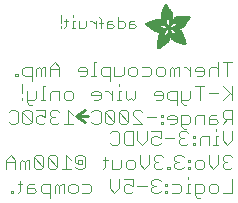
<source format=gbr>
G04 EAGLE Gerber RS-274X export*
G75*
%MOMM*%
%FSLAX34Y34*%
%LPD*%
%INSilkscreen Bottom*%
%IPPOS*%
%AMOC8*
5,1,8,0,0,1.08239X$1,22.5*%
G01*
%ADD10C,0.254000*%
%ADD11C,0.076200*%
%ADD12C,0.101600*%
%ADD13R,0.050800X0.006300*%
%ADD14R,0.082600X0.006400*%
%ADD15R,0.120600X0.006300*%
%ADD16R,0.139700X0.006400*%
%ADD17R,0.158800X0.006300*%
%ADD18R,0.177800X0.006400*%
%ADD19R,0.196800X0.006300*%
%ADD20R,0.215900X0.006400*%
%ADD21R,0.228600X0.006300*%
%ADD22R,0.241300X0.006400*%
%ADD23R,0.254000X0.006300*%
%ADD24R,0.266700X0.006400*%
%ADD25R,0.279400X0.006300*%
%ADD26R,0.285700X0.006400*%
%ADD27R,0.298400X0.006300*%
%ADD28R,0.311200X0.006400*%
%ADD29R,0.317500X0.006300*%
%ADD30R,0.330200X0.006400*%
%ADD31R,0.336600X0.006300*%
%ADD32R,0.349200X0.006400*%
%ADD33R,0.361900X0.006300*%
%ADD34R,0.368300X0.006400*%
%ADD35R,0.381000X0.006300*%
%ADD36R,0.387300X0.006400*%
%ADD37R,0.393700X0.006300*%
%ADD38R,0.406400X0.006400*%
%ADD39R,0.412700X0.006300*%
%ADD40R,0.419100X0.006400*%
%ADD41R,0.431800X0.006300*%
%ADD42R,0.438100X0.006400*%
%ADD43R,0.450800X0.006300*%
%ADD44R,0.457200X0.006400*%
%ADD45R,0.463500X0.006300*%
%ADD46R,0.476200X0.006400*%
%ADD47R,0.482600X0.006300*%
%ADD48R,0.488900X0.006400*%
%ADD49R,0.501600X0.006300*%
%ADD50R,0.508000X0.006400*%
%ADD51R,0.514300X0.006300*%
%ADD52R,0.527000X0.006400*%
%ADD53R,0.533400X0.006300*%
%ADD54R,0.546100X0.006400*%
%ADD55R,0.552400X0.006300*%
%ADD56R,0.558800X0.006400*%
%ADD57R,0.571500X0.006300*%
%ADD58R,0.577800X0.006400*%
%ADD59R,0.584200X0.006300*%
%ADD60R,0.596900X0.006400*%
%ADD61R,0.603200X0.006300*%
%ADD62R,0.609600X0.006400*%
%ADD63R,0.622300X0.006300*%
%ADD64R,0.628600X0.006400*%
%ADD65R,0.641300X0.006300*%
%ADD66R,0.647700X0.006400*%
%ADD67R,0.063500X0.006300*%
%ADD68R,0.654000X0.006300*%
%ADD69R,0.101600X0.006400*%
%ADD70R,0.666700X0.006400*%
%ADD71R,0.139700X0.006300*%
%ADD72R,0.673100X0.006300*%
%ADD73R,0.165100X0.006400*%
%ADD74R,0.679400X0.006400*%
%ADD75R,0.196900X0.006300*%
%ADD76R,0.692100X0.006300*%
%ADD77R,0.222200X0.006400*%
%ADD78R,0.698500X0.006400*%
%ADD79R,0.247700X0.006300*%
%ADD80R,0.704800X0.006300*%
%ADD81R,0.279400X0.006400*%
%ADD82R,0.717500X0.006400*%
%ADD83R,0.298500X0.006300*%
%ADD84R,0.723900X0.006300*%
%ADD85R,0.736600X0.006400*%
%ADD86R,0.342900X0.006300*%
%ADD87R,0.742900X0.006300*%
%ADD88R,0.374700X0.006400*%
%ADD89R,0.749300X0.006400*%
%ADD90R,0.762000X0.006300*%
%ADD91R,0.412700X0.006400*%
%ADD92R,0.768300X0.006400*%
%ADD93R,0.438100X0.006300*%
%ADD94R,0.774700X0.006300*%
%ADD95R,0.463600X0.006400*%
%ADD96R,0.787400X0.006400*%
%ADD97R,0.793700X0.006300*%
%ADD98R,0.495300X0.006400*%
%ADD99R,0.800100X0.006400*%
%ADD100R,0.520700X0.006300*%
%ADD101R,0.812800X0.006300*%
%ADD102R,0.533400X0.006400*%
%ADD103R,0.819100X0.006400*%
%ADD104R,0.558800X0.006300*%
%ADD105R,0.825500X0.006300*%
%ADD106R,0.577900X0.006400*%
%ADD107R,0.831800X0.006400*%
%ADD108R,0.596900X0.006300*%
%ADD109R,0.844500X0.006300*%
%ADD110R,0.616000X0.006400*%
%ADD111R,0.850900X0.006400*%
%ADD112R,0.635000X0.006300*%
%ADD113R,0.857200X0.006300*%
%ADD114R,0.654100X0.006400*%
%ADD115R,0.863600X0.006400*%
%ADD116R,0.666700X0.006300*%
%ADD117R,0.869900X0.006300*%
%ADD118R,0.685800X0.006400*%
%ADD119R,0.876300X0.006400*%
%ADD120R,0.882600X0.006300*%
%ADD121R,0.723900X0.006400*%
%ADD122R,0.889000X0.006400*%
%ADD123R,0.895300X0.006300*%
%ADD124R,0.755700X0.006400*%
%ADD125R,0.901700X0.006400*%
%ADD126R,0.908000X0.006300*%
%ADD127R,0.793800X0.006400*%
%ADD128R,0.914400X0.006400*%
%ADD129R,0.806400X0.006300*%
%ADD130R,0.920700X0.006300*%
%ADD131R,0.825500X0.006400*%
%ADD132R,0.927100X0.006400*%
%ADD133R,0.933400X0.006300*%
%ADD134R,0.857300X0.006400*%
%ADD135R,0.939800X0.006400*%
%ADD136R,0.870000X0.006300*%
%ADD137R,0.939800X0.006300*%
%ADD138R,0.946100X0.006400*%
%ADD139R,0.952500X0.006300*%
%ADD140R,0.908000X0.006400*%
%ADD141R,0.958800X0.006400*%
%ADD142R,0.965200X0.006300*%
%ADD143R,0.965200X0.006400*%
%ADD144R,0.971500X0.006300*%
%ADD145R,0.952500X0.006400*%
%ADD146R,0.977900X0.006400*%
%ADD147R,0.958800X0.006300*%
%ADD148R,0.984200X0.006300*%
%ADD149R,0.971500X0.006400*%
%ADD150R,0.984200X0.006400*%
%ADD151R,0.990600X0.006300*%
%ADD152R,0.984300X0.006400*%
%ADD153R,0.996900X0.006400*%
%ADD154R,0.997000X0.006300*%
%ADD155R,0.996900X0.006300*%
%ADD156R,1.003300X0.006400*%
%ADD157R,1.016000X0.006300*%
%ADD158R,1.009600X0.006300*%
%ADD159R,1.016000X0.006400*%
%ADD160R,1.009600X0.006400*%
%ADD161R,1.022300X0.006300*%
%ADD162R,1.028700X0.006400*%
%ADD163R,1.035100X0.006300*%
%ADD164R,1.047800X0.006400*%
%ADD165R,1.054100X0.006300*%
%ADD166R,1.028700X0.006300*%
%ADD167R,1.054100X0.006400*%
%ADD168R,1.035000X0.006400*%
%ADD169R,1.060400X0.006300*%
%ADD170R,1.035000X0.006300*%
%ADD171R,1.060500X0.006400*%
%ADD172R,1.041400X0.006400*%
%ADD173R,1.066800X0.006300*%
%ADD174R,1.041400X0.006300*%
%ADD175R,1.079500X0.006400*%
%ADD176R,1.047700X0.006400*%
%ADD177R,1.085900X0.006300*%
%ADD178R,1.047700X0.006300*%
%ADD179R,1.085800X0.006400*%
%ADD180R,1.092200X0.006300*%
%ADD181R,1.085900X0.006400*%
%ADD182R,1.098600X0.006300*%
%ADD183R,1.098600X0.006400*%
%ADD184R,1.060400X0.006400*%
%ADD185R,1.104900X0.006300*%
%ADD186R,1.104900X0.006400*%
%ADD187R,1.066800X0.006400*%
%ADD188R,1.111200X0.006300*%
%ADD189R,1.117600X0.006400*%
%ADD190R,1.117600X0.006300*%
%ADD191R,1.073100X0.006300*%
%ADD192R,1.073100X0.006400*%
%ADD193R,1.124000X0.006300*%
%ADD194R,1.079500X0.006300*%
%ADD195R,1.123900X0.006400*%
%ADD196R,1.130300X0.006300*%
%ADD197R,1.130300X0.006400*%
%ADD198R,1.136700X0.006400*%
%ADD199R,1.136700X0.006300*%
%ADD200R,1.085800X0.006300*%
%ADD201R,1.136600X0.006400*%
%ADD202R,1.136600X0.006300*%
%ADD203R,1.143000X0.006400*%
%ADD204R,1.143000X0.006300*%
%ADD205R,1.149400X0.006300*%
%ADD206R,1.149300X0.006300*%
%ADD207R,1.149300X0.006400*%
%ADD208R,1.149400X0.006400*%
%ADD209R,1.155700X0.006400*%
%ADD210R,1.155700X0.006300*%
%ADD211R,1.060500X0.006300*%
%ADD212R,2.197100X0.006400*%
%ADD213R,2.197100X0.006300*%
%ADD214R,2.184400X0.006300*%
%ADD215R,2.184400X0.006400*%
%ADD216R,2.171700X0.006400*%
%ADD217R,2.171700X0.006300*%
%ADD218R,1.530300X0.006400*%
%ADD219R,1.505000X0.006300*%
%ADD220R,1.492300X0.006400*%
%ADD221R,1.485900X0.006300*%
%ADD222R,0.565200X0.006300*%
%ADD223R,1.473200X0.006400*%
%ADD224R,0.565200X0.006400*%
%ADD225R,1.460500X0.006300*%
%ADD226R,1.454100X0.006400*%
%ADD227R,0.552400X0.006400*%
%ADD228R,1.441500X0.006300*%
%ADD229R,0.546100X0.006300*%
%ADD230R,1.435100X0.006400*%
%ADD231R,0.539800X0.006400*%
%ADD232R,1.428800X0.006300*%
%ADD233R,1.422400X0.006400*%
%ADD234R,1.409700X0.006300*%
%ADD235R,0.527100X0.006300*%
%ADD236R,1.403300X0.006400*%
%ADD237R,0.527100X0.006400*%
%ADD238R,1.390700X0.006300*%
%ADD239R,1.384300X0.006400*%
%ADD240R,0.520700X0.006400*%
%ADD241R,1.384300X0.006300*%
%ADD242R,0.514400X0.006300*%
%ADD243R,1.371600X0.006400*%
%ADD244R,1.365200X0.006300*%
%ADD245R,0.508000X0.006300*%
%ADD246R,1.352600X0.006400*%
%ADD247R,0.501700X0.006400*%
%ADD248R,0.711200X0.006300*%
%ADD249R,0.603300X0.006300*%
%ADD250R,0.501700X0.006300*%
%ADD251R,0.692100X0.006400*%
%ADD252R,0.571500X0.006400*%
%ADD253R,0.679400X0.006300*%
%ADD254R,0.495300X0.006300*%
%ADD255R,0.673100X0.006400*%
%ADD256R,0.666800X0.006300*%
%ADD257R,0.488900X0.006300*%
%ADD258R,0.660400X0.006400*%
%ADD259R,0.482600X0.006400*%
%ADD260R,0.476200X0.006300*%
%ADD261R,0.654000X0.006400*%
%ADD262R,0.469900X0.006400*%
%ADD263R,0.476300X0.006400*%
%ADD264R,0.647700X0.006300*%
%ADD265R,0.457200X0.006300*%
%ADD266R,0.469900X0.006300*%
%ADD267R,0.641300X0.006400*%
%ADD268R,0.444500X0.006400*%
%ADD269R,0.463600X0.006300*%
%ADD270R,0.635000X0.006400*%
%ADD271R,0.463500X0.006400*%
%ADD272R,0.393700X0.006400*%
%ADD273R,0.450800X0.006400*%
%ADD274R,0.628600X0.006300*%
%ADD275R,0.387400X0.006300*%
%ADD276R,0.450900X0.006300*%
%ADD277R,0.628700X0.006400*%
%ADD278R,0.374600X0.006400*%
%ADD279R,0.368300X0.006300*%
%ADD280R,0.438200X0.006300*%
%ADD281R,0.622300X0.006400*%
%ADD282R,0.355600X0.006400*%
%ADD283R,0.431800X0.006400*%
%ADD284R,0.349300X0.006300*%
%ADD285R,0.425400X0.006300*%
%ADD286R,0.615900X0.006300*%
%ADD287R,0.330200X0.006300*%
%ADD288R,0.419100X0.006300*%
%ADD289R,0.616000X0.006300*%
%ADD290R,0.311200X0.006300*%
%ADD291R,0.406400X0.006300*%
%ADD292R,0.615900X0.006400*%
%ADD293R,0.304800X0.006400*%
%ADD294R,0.158800X0.006400*%
%ADD295R,0.609600X0.006300*%
%ADD296R,0.292100X0.006300*%
%ADD297R,0.235000X0.006300*%
%ADD298R,0.387400X0.006400*%
%ADD299R,0.292100X0.006400*%
%ADD300R,0.336500X0.006300*%
%ADD301R,0.260400X0.006300*%
%ADD302R,0.603300X0.006400*%
%ADD303R,0.260400X0.006400*%
%ADD304R,0.362000X0.006400*%
%ADD305R,0.450900X0.006400*%
%ADD306R,0.355600X0.006300*%
%ADD307R,0.342900X0.006400*%
%ADD308R,0.514300X0.006400*%
%ADD309R,0.234900X0.006300*%
%ADD310R,0.539700X0.006300*%
%ADD311R,0.603200X0.006400*%
%ADD312R,0.234900X0.006400*%
%ADD313R,0.920700X0.006400*%
%ADD314R,0.958900X0.006400*%
%ADD315R,0.215900X0.006300*%
%ADD316R,0.209600X0.006400*%
%ADD317R,0.203200X0.006300*%
%ADD318R,1.003300X0.006300*%
%ADD319R,0.203200X0.006400*%
%ADD320R,0.196900X0.006400*%
%ADD321R,0.190500X0.006300*%
%ADD322R,0.190500X0.006400*%
%ADD323R,0.184200X0.006300*%
%ADD324R,0.590500X0.006400*%
%ADD325R,0.184200X0.006400*%
%ADD326R,0.590500X0.006300*%
%ADD327R,0.177800X0.006300*%
%ADD328R,0.584200X0.006400*%
%ADD329R,1.168400X0.006400*%
%ADD330R,0.171500X0.006300*%
%ADD331R,1.187500X0.006300*%
%ADD332R,1.200100X0.006400*%
%ADD333R,0.577800X0.006300*%
%ADD334R,1.212900X0.006300*%
%ADD335R,1.231900X0.006400*%
%ADD336R,1.250900X0.006300*%
%ADD337R,0.565100X0.006400*%
%ADD338R,0.184100X0.006400*%
%ADD339R,1.263700X0.006400*%
%ADD340R,0.565100X0.006300*%
%ADD341R,1.289100X0.006300*%
%ADD342R,1.314400X0.006400*%
%ADD343R,0.552500X0.006300*%
%ADD344R,1.568500X0.006300*%
%ADD345R,0.552500X0.006400*%
%ADD346R,1.581200X0.006400*%
%ADD347R,1.593800X0.006300*%
%ADD348R,1.606500X0.006400*%
%ADD349R,1.619300X0.006300*%
%ADD350R,0.514400X0.006400*%
%ADD351R,1.638300X0.006400*%
%ADD352R,1.657300X0.006300*%
%ADD353R,2.209800X0.006400*%
%ADD354R,2.425700X0.006300*%
%ADD355R,2.470100X0.006400*%
%ADD356R,2.501900X0.006300*%
%ADD357R,2.533700X0.006400*%
%ADD358R,2.559000X0.006300*%
%ADD359R,2.584500X0.006400*%
%ADD360R,2.609900X0.006300*%
%ADD361R,2.628900X0.006400*%
%ADD362R,2.660600X0.006300*%
%ADD363R,2.673400X0.006400*%
%ADD364R,1.422400X0.006300*%
%ADD365R,1.200200X0.006300*%
%ADD366R,1.365300X0.006300*%
%ADD367R,1.365300X0.006400*%
%ADD368R,1.352500X0.006300*%
%ADD369R,1.098500X0.006300*%
%ADD370R,1.358900X0.006400*%
%ADD371R,1.352600X0.006300*%
%ADD372R,1.358900X0.006300*%
%ADD373R,1.371600X0.006300*%
%ADD374R,1.377900X0.006400*%
%ADD375R,1.397000X0.006400*%
%ADD376R,1.403300X0.006300*%
%ADD377R,0.914400X0.006300*%
%ADD378R,0.876300X0.006300*%
%ADD379R,0.374600X0.006300*%
%ADD380R,1.073200X0.006400*%
%ADD381R,0.374700X0.006300*%
%ADD382R,0.844600X0.006400*%
%ADD383R,0.844600X0.006300*%
%ADD384R,0.831900X0.006400*%
%ADD385R,1.092200X0.006400*%
%ADD386R,0.400000X0.006300*%
%ADD387R,0.819200X0.006400*%
%ADD388R,1.111300X0.006400*%
%ADD389R,0.812800X0.006400*%
%ADD390R,0.800100X0.006300*%
%ADD391R,0.476300X0.006300*%
%ADD392R,1.181100X0.006300*%
%ADD393R,0.501600X0.006400*%
%ADD394R,1.193800X0.006400*%
%ADD395R,0.781000X0.006400*%
%ADD396R,1.238200X0.006400*%
%ADD397R,0.781100X0.006300*%
%ADD398R,1.257300X0.006300*%
%ADD399R,1.295400X0.006400*%
%ADD400R,1.333500X0.006300*%
%ADD401R,0.774700X0.006400*%
%ADD402R,1.866900X0.006400*%
%ADD403R,0.209600X0.006300*%
%ADD404R,1.866900X0.006300*%
%ADD405R,0.768400X0.006400*%
%ADD406R,0.209500X0.006400*%
%ADD407R,1.860600X0.006400*%
%ADD408R,0.762000X0.006400*%
%ADD409R,0.768400X0.006300*%
%ADD410R,1.860600X0.006300*%
%ADD411R,1.860500X0.006400*%
%ADD412R,0.222300X0.006300*%
%ADD413R,1.854200X0.006300*%
%ADD414R,0.235000X0.006400*%
%ADD415R,1.854200X0.006400*%
%ADD416R,0.768300X0.006300*%
%ADD417R,0.260300X0.006400*%
%ADD418R,1.847800X0.006400*%
%ADD419R,0.266700X0.006300*%
%ADD420R,1.847800X0.006300*%
%ADD421R,0.273100X0.006400*%
%ADD422R,1.841500X0.006400*%
%ADD423R,0.285800X0.006300*%
%ADD424R,1.841500X0.006300*%
%ADD425R,0.298500X0.006400*%
%ADD426R,1.835100X0.006400*%
%ADD427R,0.781000X0.006300*%
%ADD428R,0.304800X0.006300*%
%ADD429R,1.835100X0.006300*%
%ADD430R,0.317500X0.006400*%
%ADD431R,1.828800X0.006400*%
%ADD432R,0.787400X0.006300*%
%ADD433R,0.323800X0.006300*%
%ADD434R,1.828800X0.006300*%
%ADD435R,0.793700X0.006400*%
%ADD436R,1.822400X0.006400*%
%ADD437R,0.806500X0.006300*%
%ADD438R,1.822400X0.006300*%
%ADD439R,1.816100X0.006400*%
%ADD440R,0.819100X0.006300*%
%ADD441R,0.387300X0.006300*%
%ADD442R,1.816100X0.006300*%
%ADD443R,1.809800X0.006400*%
%ADD444R,1.803400X0.006300*%
%ADD445R,1.797000X0.006400*%
%ADD446R,0.901700X0.006300*%
%ADD447R,1.797000X0.006300*%
%ADD448R,1.441400X0.006400*%
%ADD449R,1.790700X0.006400*%
%ADD450R,1.447800X0.006300*%
%ADD451R,1.784300X0.006300*%
%ADD452R,1.447800X0.006400*%
%ADD453R,1.784300X0.006400*%
%ADD454R,1.454100X0.006300*%
%ADD455R,1.771700X0.006300*%
%ADD456R,1.460500X0.006400*%
%ADD457R,1.759000X0.006400*%
%ADD458R,1.466800X0.006300*%
%ADD459R,1.752600X0.006300*%
%ADD460R,1.466800X0.006400*%
%ADD461R,1.739900X0.006400*%
%ADD462R,1.473200X0.006300*%
%ADD463R,1.727200X0.006300*%
%ADD464R,1.479500X0.006400*%
%ADD465R,1.714500X0.006400*%
%ADD466R,1.695400X0.006300*%
%ADD467R,1.485900X0.006400*%
%ADD468R,1.682700X0.006400*%
%ADD469R,1.492200X0.006300*%
%ADD470R,1.663700X0.006300*%
%ADD471R,1.498600X0.006400*%
%ADD472R,1.644600X0.006400*%
%ADD473R,1.498600X0.006300*%
%ADD474R,1.619200X0.006300*%
%ADD475R,1.511300X0.006400*%
%ADD476R,1.600200X0.006400*%
%ADD477R,1.517700X0.006300*%
%ADD478R,1.574800X0.006300*%
%ADD479R,1.524000X0.006400*%
%ADD480R,1.555800X0.006400*%
%ADD481R,1.524000X0.006300*%
%ADD482R,1.536700X0.006300*%
%ADD483R,1.530400X0.006400*%
%ADD484R,1.517700X0.006400*%
%ADD485R,1.492300X0.006300*%
%ADD486R,1.549400X0.006400*%
%ADD487R,1.479600X0.006400*%
%ADD488R,1.549400X0.006300*%
%ADD489R,1.555700X0.006400*%
%ADD490R,1.562100X0.006300*%
%ADD491R,0.323900X0.006300*%
%ADD492R,1.568400X0.006400*%
%ADD493R,0.336600X0.006400*%
%ADD494R,1.587500X0.006300*%
%ADD495R,0.971600X0.006300*%
%ADD496R,0.349300X0.006400*%
%ADD497R,1.600200X0.006300*%
%ADD498R,0.920800X0.006300*%
%ADD499R,0.882700X0.006400*%
%ADD500R,1.612900X0.006300*%
%ADD501R,0.362000X0.006300*%
%ADD502R,1.625600X0.006400*%
%ADD503R,1.625600X0.006300*%
%ADD504R,1.644600X0.006300*%
%ADD505R,0.736600X0.006300*%
%ADD506R,0.717600X0.006400*%
%ADD507R,1.657400X0.006300*%
%ADD508R,0.679500X0.006300*%
%ADD509R,1.663700X0.006400*%
%ADD510R,0.400000X0.006400*%
%ADD511R,1.676400X0.006300*%
%ADD512R,1.676400X0.006400*%
%ADD513R,0.425500X0.006400*%
%ADD514R,1.352500X0.006400*%
%ADD515R,0.444500X0.006300*%
%ADD516R,0.361900X0.006400*%
%ADD517R,0.088900X0.006300*%
%ADD518R,1.009700X0.006300*%
%ADD519R,1.009700X0.006400*%
%ADD520R,1.022300X0.006400*%
%ADD521R,1.346200X0.006400*%
%ADD522R,1.346200X0.006300*%
%ADD523R,1.339900X0.006400*%
%ADD524R,1.035100X0.006400*%
%ADD525R,1.339800X0.006300*%
%ADD526R,1.333500X0.006400*%
%ADD527R,1.327200X0.006400*%
%ADD528R,1.320800X0.006300*%
%ADD529R,1.314500X0.006400*%
%ADD530R,1.314400X0.006300*%
%ADD531R,1.301700X0.006400*%
%ADD532R,1.295400X0.006300*%
%ADD533R,1.289000X0.006400*%
%ADD534R,1.276300X0.006300*%
%ADD535R,1.251000X0.006300*%
%ADD536R,1.244600X0.006400*%
%ADD537R,1.231900X0.006300*%
%ADD538R,1.212800X0.006400*%
%ADD539R,1.200100X0.006300*%
%ADD540R,1.187400X0.006400*%
%ADD541R,1.168400X0.006300*%
%ADD542R,1.047800X0.006300*%
%ADD543R,0.977900X0.006300*%
%ADD544R,0.946200X0.006400*%
%ADD545R,0.933400X0.006400*%
%ADD546R,0.895300X0.006400*%
%ADD547R,0.882700X0.006300*%
%ADD548R,0.863600X0.006300*%
%ADD549R,0.857200X0.006400*%
%ADD550R,0.850900X0.006300*%
%ADD551R,0.838200X0.006300*%
%ADD552R,0.806500X0.006400*%
%ADD553R,0.717600X0.006300*%
%ADD554R,0.711200X0.006400*%
%ADD555R,0.641400X0.006400*%
%ADD556R,0.641400X0.006300*%
%ADD557R,0.628700X0.006300*%
%ADD558R,0.590600X0.006300*%
%ADD559R,0.539700X0.006400*%
%ADD560R,0.285700X0.006300*%
%ADD561R,0.222200X0.006300*%
%ADD562R,0.171400X0.006300*%
%ADD563R,0.152400X0.006400*%
%ADD564R,0.133400X0.006300*%


D10*
X76200Y106680D02*
X66040Y106680D01*
X73660Y111760D01*
X66040Y106680D02*
X73660Y101600D01*
D11*
X111756Y186992D02*
X114891Y186992D01*
X111756Y186992D02*
X110188Y185424D01*
X110188Y180721D01*
X114891Y180721D01*
X116459Y182289D01*
X114891Y183856D01*
X110188Y183856D01*
X100833Y180721D02*
X100833Y190127D01*
X100833Y180721D02*
X105536Y180721D01*
X107104Y182289D01*
X107104Y185424D01*
X105536Y186992D01*
X100833Y186992D01*
X96181Y186992D02*
X93046Y186992D01*
X91478Y185424D01*
X91478Y180721D01*
X96181Y180721D01*
X97749Y182289D01*
X96181Y183856D01*
X91478Y183856D01*
X86826Y180721D02*
X86826Y188559D01*
X85258Y190127D01*
X85258Y185424D02*
X88393Y185424D01*
X82157Y186992D02*
X82157Y180721D01*
X82157Y183856D02*
X79021Y186992D01*
X77454Y186992D01*
X74361Y186992D02*
X74361Y182289D01*
X72793Y180721D01*
X68090Y180721D01*
X68090Y186992D01*
X65006Y186992D02*
X63438Y186992D01*
X63438Y180721D01*
X65006Y180721D02*
X61870Y180721D01*
X63438Y190127D02*
X63438Y191695D01*
X57201Y188559D02*
X57201Y182289D01*
X55633Y180721D01*
X55633Y186992D02*
X58769Y186992D01*
X52532Y182289D02*
X52532Y180721D01*
X52532Y185424D02*
X52532Y191695D01*
D12*
X193714Y151902D02*
X193714Y140208D01*
X197612Y151902D02*
X189816Y151902D01*
X185918Y151902D02*
X185918Y140208D01*
X185918Y146055D02*
X183969Y148004D01*
X180071Y148004D01*
X178122Y146055D01*
X178122Y140208D01*
X172275Y140208D02*
X168377Y140208D01*
X172275Y140208D02*
X174224Y142157D01*
X174224Y146055D01*
X172275Y148004D01*
X168377Y148004D01*
X166428Y146055D01*
X166428Y144106D01*
X174224Y144106D01*
X162530Y140208D02*
X162530Y148004D01*
X162530Y144106D02*
X158632Y148004D01*
X156683Y148004D01*
X152785Y148004D02*
X152785Y140208D01*
X152785Y148004D02*
X150836Y148004D01*
X148887Y146055D01*
X148887Y140208D01*
X148887Y146055D02*
X146938Y148004D01*
X144989Y146055D01*
X144989Y140208D01*
X139142Y140208D02*
X135244Y140208D01*
X133295Y142157D01*
X133295Y146055D01*
X135244Y148004D01*
X139142Y148004D01*
X141091Y146055D01*
X141091Y142157D01*
X139142Y140208D01*
X127448Y148004D02*
X121601Y148004D01*
X127448Y148004D02*
X129397Y146055D01*
X129397Y142157D01*
X127448Y140208D01*
X121601Y140208D01*
X115754Y140208D02*
X111856Y140208D01*
X109907Y142157D01*
X109907Y146055D01*
X111856Y148004D01*
X115754Y148004D01*
X117703Y146055D01*
X117703Y142157D01*
X115754Y140208D01*
X106009Y142157D02*
X106009Y148004D01*
X106009Y142157D02*
X104060Y140208D01*
X98213Y140208D01*
X98213Y148004D01*
X94315Y148004D02*
X94315Y136310D01*
X94315Y148004D02*
X88468Y148004D01*
X86519Y146055D01*
X86519Y142157D01*
X88468Y140208D01*
X94315Y140208D01*
X82621Y151902D02*
X80672Y151902D01*
X80672Y140208D01*
X82621Y140208D02*
X78723Y140208D01*
X72876Y140208D02*
X68978Y140208D01*
X72876Y140208D02*
X74825Y142157D01*
X74825Y146055D01*
X72876Y148004D01*
X68978Y148004D01*
X67029Y146055D01*
X67029Y144106D01*
X74825Y144106D01*
X51437Y140208D02*
X51437Y148004D01*
X47539Y151902D01*
X43641Y148004D01*
X43641Y140208D01*
X43641Y146055D02*
X51437Y146055D01*
X39743Y148004D02*
X39743Y140208D01*
X39743Y148004D02*
X37794Y148004D01*
X35845Y146055D01*
X35845Y140208D01*
X35845Y146055D02*
X33896Y148004D01*
X31947Y146055D01*
X31947Y140208D01*
X28049Y136310D02*
X28049Y148004D01*
X22203Y148004D01*
X20254Y146055D01*
X20254Y142157D01*
X22203Y140208D01*
X28049Y140208D01*
X16356Y140208D02*
X16356Y142157D01*
X14407Y142157D01*
X14407Y140208D01*
X16356Y140208D01*
X197612Y131582D02*
X197612Y119888D01*
X197612Y123786D02*
X189816Y131582D01*
X195663Y125735D02*
X189816Y119888D01*
X185918Y125735D02*
X178122Y125735D01*
X170326Y119888D02*
X170326Y131582D01*
X174224Y131582D02*
X166428Y131582D01*
X162530Y127684D02*
X162530Y121837D01*
X160581Y119888D01*
X154734Y119888D01*
X154734Y117939D02*
X154734Y127684D01*
X154734Y117939D02*
X156683Y115990D01*
X158632Y115990D01*
X150836Y115990D02*
X150836Y127684D01*
X144989Y127684D01*
X143040Y125735D01*
X143040Y121837D01*
X144989Y119888D01*
X150836Y119888D01*
X137193Y119888D02*
X133295Y119888D01*
X137193Y119888D02*
X139142Y121837D01*
X139142Y125735D01*
X137193Y127684D01*
X133295Y127684D01*
X131346Y125735D01*
X131346Y123786D01*
X139142Y123786D01*
X115754Y121837D02*
X115754Y127684D01*
X115754Y121837D02*
X113805Y119888D01*
X111856Y121837D01*
X109907Y119888D01*
X107958Y121837D01*
X107958Y127684D01*
X104060Y127684D02*
X102111Y127684D01*
X102111Y119888D01*
X104060Y119888D02*
X100162Y119888D01*
X102111Y131582D02*
X102111Y133531D01*
X96264Y127684D02*
X96264Y119888D01*
X96264Y123786D02*
X92366Y127684D01*
X90417Y127684D01*
X84570Y119888D02*
X80672Y119888D01*
X84570Y119888D02*
X86519Y121837D01*
X86519Y125735D01*
X84570Y127684D01*
X80672Y127684D01*
X78723Y125735D01*
X78723Y123786D01*
X86519Y123786D01*
X61182Y119888D02*
X57284Y119888D01*
X55335Y121837D01*
X55335Y125735D01*
X57284Y127684D01*
X61182Y127684D01*
X63131Y125735D01*
X63131Y121837D01*
X61182Y119888D01*
X51437Y119888D02*
X51437Y127684D01*
X45590Y127684D01*
X43641Y125735D01*
X43641Y119888D01*
X39743Y131582D02*
X37794Y131582D01*
X37794Y119888D01*
X39743Y119888D02*
X35845Y119888D01*
X31947Y121837D02*
X31947Y127684D01*
X31947Y121837D02*
X29999Y119888D01*
X24152Y119888D01*
X24152Y117939D02*
X24152Y127684D01*
X24152Y117939D02*
X26101Y115990D01*
X28050Y115990D01*
X20254Y119888D02*
X20254Y121837D01*
X20254Y125735D02*
X20254Y133531D01*
X197612Y111262D02*
X197612Y99568D01*
X197612Y111262D02*
X191765Y111262D01*
X189816Y109313D01*
X189816Y105415D01*
X191765Y103466D01*
X197612Y103466D01*
X193714Y103466D02*
X189816Y99568D01*
X183969Y107364D02*
X180071Y107364D01*
X178122Y105415D01*
X178122Y99568D01*
X183969Y99568D01*
X185918Y101517D01*
X183969Y103466D01*
X178122Y103466D01*
X174224Y99568D02*
X174224Y107364D01*
X168377Y107364D01*
X166428Y105415D01*
X166428Y99568D01*
X158632Y95670D02*
X156683Y95670D01*
X154734Y97619D01*
X154734Y107364D01*
X160581Y107364D01*
X162530Y105415D01*
X162530Y101517D01*
X160581Y99568D01*
X154734Y99568D01*
X148887Y99568D02*
X144989Y99568D01*
X148887Y99568D02*
X150836Y101517D01*
X150836Y105415D01*
X148887Y107364D01*
X144989Y107364D01*
X143040Y105415D01*
X143040Y103466D01*
X150836Y103466D01*
X139142Y107364D02*
X137193Y107364D01*
X137193Y105415D01*
X139142Y105415D01*
X139142Y107364D01*
X139142Y101517D02*
X137193Y101517D01*
X137193Y99568D01*
X139142Y99568D01*
X139142Y101517D01*
X133295Y105415D02*
X125499Y105415D01*
X121601Y99568D02*
X113805Y99568D01*
X121601Y99568D02*
X113805Y107364D01*
X113805Y109313D01*
X115754Y111262D01*
X119652Y111262D01*
X121601Y109313D01*
X109907Y109313D02*
X109907Y101517D01*
X109907Y109313D02*
X107958Y111262D01*
X104060Y111262D01*
X102111Y109313D01*
X102111Y101517D01*
X104060Y99568D01*
X107958Y99568D01*
X109907Y101517D01*
X102111Y109313D01*
X98213Y109313D02*
X98213Y101517D01*
X98213Y109313D02*
X96264Y111262D01*
X92366Y111262D01*
X90417Y109313D01*
X90417Y101517D01*
X92366Y99568D01*
X96264Y99568D01*
X98213Y101517D01*
X90417Y109313D01*
X80672Y111262D02*
X78723Y109313D01*
X80672Y111262D02*
X84570Y111262D01*
X86519Y109313D01*
X86519Y101517D01*
X84570Y99568D01*
X80672Y99568D01*
X78723Y101517D01*
X63131Y107364D02*
X59233Y111262D01*
X59233Y99568D01*
X63131Y99568D02*
X55335Y99568D01*
X51437Y109313D02*
X49488Y111262D01*
X45590Y111262D01*
X43641Y109313D01*
X43641Y107364D01*
X45590Y105415D01*
X47539Y105415D01*
X45590Y105415D02*
X43641Y103466D01*
X43641Y101517D01*
X45590Y99568D01*
X49488Y99568D01*
X51437Y101517D01*
X39743Y111262D02*
X31947Y111262D01*
X39743Y111262D02*
X39743Y105415D01*
X35845Y107364D01*
X33896Y107364D01*
X31947Y105415D01*
X31947Y101517D01*
X33896Y99568D01*
X37794Y99568D01*
X39743Y101517D01*
X28049Y101517D02*
X28049Y109313D01*
X26101Y111262D01*
X22203Y111262D01*
X20254Y109313D01*
X20254Y101517D01*
X22203Y99568D01*
X26101Y99568D01*
X28049Y101517D01*
X20254Y109313D01*
X10509Y111262D02*
X8560Y109313D01*
X10509Y111262D02*
X14407Y111262D01*
X16356Y109313D01*
X16356Y101517D01*
X14407Y99568D01*
X10509Y99568D01*
X8560Y101517D01*
X197612Y93482D02*
X197612Y85686D01*
X193714Y81788D01*
X189816Y85686D01*
X189816Y93482D01*
X185918Y89584D02*
X183969Y89584D01*
X183969Y81788D01*
X185918Y81788D02*
X182020Y81788D01*
X183969Y93482D02*
X183969Y95431D01*
X178122Y89584D02*
X178122Y81788D01*
X178122Y89584D02*
X172275Y89584D01*
X170326Y87635D01*
X170326Y81788D01*
X166428Y89584D02*
X164479Y89584D01*
X164479Y87635D01*
X166428Y87635D01*
X166428Y89584D01*
X166428Y83737D02*
X164479Y83737D01*
X164479Y81788D01*
X166428Y81788D01*
X166428Y83737D01*
X160581Y91533D02*
X158632Y93482D01*
X154734Y93482D01*
X152785Y91533D01*
X152785Y89584D01*
X154734Y87635D01*
X156683Y87635D01*
X154734Y87635D02*
X152785Y85686D01*
X152785Y83737D01*
X154734Y81788D01*
X158632Y81788D01*
X160581Y83737D01*
X148887Y87635D02*
X141091Y87635D01*
X137193Y93482D02*
X129397Y93482D01*
X137193Y93482D02*
X137193Y87635D01*
X133295Y89584D01*
X131346Y89584D01*
X129397Y87635D01*
X129397Y83737D01*
X131346Y81788D01*
X135244Y81788D01*
X137193Y83737D01*
X125499Y85686D02*
X125499Y93482D01*
X125499Y85686D02*
X121601Y81788D01*
X117703Y85686D01*
X117703Y93482D01*
X113805Y93482D02*
X113805Y81788D01*
X107958Y81788D01*
X106009Y83737D01*
X106009Y91533D01*
X107958Y93482D01*
X113805Y93482D01*
X96264Y93482D02*
X94315Y91533D01*
X96264Y93482D02*
X100162Y93482D01*
X102111Y91533D01*
X102111Y83737D01*
X100162Y81788D01*
X96264Y81788D01*
X94315Y83737D01*
X195663Y73162D02*
X197612Y71213D01*
X195663Y73162D02*
X191765Y73162D01*
X189816Y71213D01*
X189816Y69264D01*
X191765Y67315D01*
X193714Y67315D01*
X191765Y67315D02*
X189816Y65366D01*
X189816Y63417D01*
X191765Y61468D01*
X195663Y61468D01*
X197612Y63417D01*
X185918Y65366D02*
X185918Y73162D01*
X185918Y65366D02*
X182020Y61468D01*
X178122Y65366D01*
X178122Y73162D01*
X172275Y61468D02*
X168377Y61468D01*
X166428Y63417D01*
X166428Y67315D01*
X168377Y69264D01*
X172275Y69264D01*
X174224Y67315D01*
X174224Y63417D01*
X172275Y61468D01*
X162530Y69264D02*
X160581Y69264D01*
X160581Y67315D01*
X162530Y67315D01*
X162530Y69264D01*
X162530Y63417D02*
X160581Y63417D01*
X160581Y61468D01*
X162530Y61468D01*
X162530Y63417D01*
X156683Y71213D02*
X154734Y73162D01*
X150836Y73162D01*
X148887Y71213D01*
X148887Y69264D01*
X150836Y67315D01*
X152785Y67315D01*
X150836Y67315D02*
X148887Y65366D01*
X148887Y63417D01*
X150836Y61468D01*
X154734Y61468D01*
X156683Y63417D01*
X144989Y63417D02*
X144989Y61468D01*
X144989Y63417D02*
X143040Y63417D01*
X143040Y61468D01*
X144989Y61468D01*
X139142Y71213D02*
X137193Y73162D01*
X133295Y73162D01*
X131346Y71213D01*
X131346Y69264D01*
X133295Y67315D01*
X135244Y67315D01*
X133295Y67315D02*
X131346Y65366D01*
X131346Y63417D01*
X133295Y61468D01*
X137193Y61468D01*
X139142Y63417D01*
X127448Y65366D02*
X127448Y73162D01*
X127448Y65366D02*
X123550Y61468D01*
X119652Y65366D01*
X119652Y73162D01*
X113805Y61468D02*
X109907Y61468D01*
X107958Y63417D01*
X107958Y67315D01*
X109907Y69264D01*
X113805Y69264D01*
X115754Y67315D01*
X115754Y63417D01*
X113805Y61468D01*
X104060Y63417D02*
X104060Y69264D01*
X104060Y63417D02*
X102111Y61468D01*
X96264Y61468D01*
X96264Y69264D01*
X90417Y71213D02*
X90417Y63417D01*
X88468Y61468D01*
X88468Y69264D02*
X92366Y69264D01*
X67029Y61468D02*
X65080Y63417D01*
X67029Y61468D02*
X70927Y61468D01*
X72876Y63417D01*
X72876Y71213D01*
X70927Y73162D01*
X67029Y73162D01*
X65080Y71213D01*
X65080Y67315D01*
X67029Y65366D01*
X70927Y65366D01*
X70927Y69264D01*
X67029Y69264D01*
X67029Y65366D01*
X61182Y69264D02*
X57284Y73162D01*
X57284Y61468D01*
X61182Y61468D02*
X53386Y61468D01*
X49488Y63417D02*
X49488Y71213D01*
X47539Y73162D01*
X43641Y73162D01*
X41692Y71213D01*
X41692Y63417D01*
X43641Y61468D01*
X47539Y61468D01*
X49488Y63417D01*
X41692Y71213D01*
X37794Y71213D02*
X37794Y63417D01*
X37794Y71213D02*
X35846Y73162D01*
X31948Y73162D01*
X29999Y71213D01*
X29999Y63417D01*
X31948Y61468D01*
X35846Y61468D01*
X37794Y63417D01*
X29999Y71213D01*
X26101Y69264D02*
X26101Y61468D01*
X26101Y69264D02*
X24152Y69264D01*
X22203Y67315D01*
X22203Y61468D01*
X22203Y67315D02*
X20254Y69264D01*
X18305Y67315D01*
X18305Y61468D01*
X14407Y61468D02*
X14407Y69264D01*
X10509Y73162D01*
X6611Y69264D01*
X6611Y61468D01*
X6611Y67315D02*
X14407Y67315D01*
X197612Y52842D02*
X197612Y41148D01*
X189816Y41148D01*
X183969Y41148D02*
X180071Y41148D01*
X178122Y43097D01*
X178122Y46995D01*
X180071Y48944D01*
X183969Y48944D01*
X185918Y46995D01*
X185918Y43097D01*
X183969Y41148D01*
X170326Y37250D02*
X168377Y37250D01*
X166428Y39199D01*
X166428Y48944D01*
X172275Y48944D01*
X174224Y46995D01*
X174224Y43097D01*
X172275Y41148D01*
X166428Y41148D01*
X162530Y48944D02*
X160581Y48944D01*
X160581Y41148D01*
X162530Y41148D02*
X158632Y41148D01*
X160581Y52842D02*
X160581Y54791D01*
X152785Y48944D02*
X146938Y48944D01*
X152785Y48944D02*
X154734Y46995D01*
X154734Y43097D01*
X152785Y41148D01*
X146938Y41148D01*
X143040Y48944D02*
X141091Y48944D01*
X141091Y46995D01*
X143040Y46995D01*
X143040Y48944D01*
X143040Y43097D02*
X141091Y43097D01*
X141091Y41148D01*
X143040Y41148D01*
X143040Y43097D01*
X137193Y50893D02*
X135244Y52842D01*
X131346Y52842D01*
X129397Y50893D01*
X129397Y48944D01*
X131346Y46995D01*
X133295Y46995D01*
X131346Y46995D02*
X129397Y45046D01*
X129397Y43097D01*
X131346Y41148D01*
X135244Y41148D01*
X137193Y43097D01*
X125499Y46995D02*
X117703Y46995D01*
X113805Y52842D02*
X106009Y52842D01*
X113805Y52842D02*
X113805Y46995D01*
X109907Y48944D01*
X107958Y48944D01*
X106009Y46995D01*
X106009Y43097D01*
X107958Y41148D01*
X111856Y41148D01*
X113805Y43097D01*
X102111Y45046D02*
X102111Y52842D01*
X102111Y45046D02*
X98213Y41148D01*
X94315Y45046D01*
X94315Y52842D01*
X76774Y48944D02*
X70927Y48944D01*
X76774Y48944D02*
X78723Y46995D01*
X78723Y43097D01*
X76774Y41148D01*
X70927Y41148D01*
X65080Y41148D02*
X61182Y41148D01*
X59233Y43097D01*
X59233Y46995D01*
X61182Y48944D01*
X65080Y48944D01*
X67029Y46995D01*
X67029Y43097D01*
X65080Y41148D01*
X55335Y41148D02*
X55335Y48944D01*
X53386Y48944D01*
X51437Y46995D01*
X51437Y41148D01*
X51437Y46995D02*
X49488Y48944D01*
X47539Y46995D01*
X47539Y41148D01*
X43641Y37250D02*
X43641Y48944D01*
X37794Y48944D01*
X35845Y46995D01*
X35845Y43097D01*
X37794Y41148D01*
X43641Y41148D01*
X29999Y48944D02*
X26101Y48944D01*
X24152Y46995D01*
X24152Y41148D01*
X29999Y41148D01*
X31947Y43097D01*
X29999Y45046D01*
X24152Y45046D01*
X18305Y43097D02*
X18305Y50893D01*
X18305Y43097D02*
X16356Y41148D01*
X16356Y48944D02*
X20254Y48944D01*
X12458Y43097D02*
X12458Y41148D01*
X12458Y43097D02*
X10509Y43097D01*
X10509Y41148D01*
X12458Y41148D01*
D13*
X135922Y162751D03*
D14*
X135890Y162814D03*
D15*
X135890Y162878D03*
D16*
X135922Y162941D03*
D17*
X135890Y163005D03*
D18*
X135922Y163068D03*
D19*
X135890Y163132D03*
D20*
X135922Y163195D03*
D21*
X135922Y163259D03*
D22*
X135986Y163322D03*
D23*
X135985Y163386D03*
D24*
X136049Y163449D03*
D25*
X136049Y163513D03*
D26*
X136081Y163576D03*
D27*
X136144Y163640D03*
D28*
X136144Y163703D03*
D29*
X136176Y163767D03*
D30*
X136239Y163830D03*
D31*
X136271Y163894D03*
D32*
X136271Y163957D03*
D33*
X136335Y164021D03*
D34*
X136367Y164084D03*
D35*
X136430Y164148D03*
D36*
X136462Y164211D03*
D37*
X136494Y164275D03*
D38*
X136557Y164338D03*
D39*
X136589Y164402D03*
D40*
X136621Y164465D03*
D41*
X136684Y164529D03*
D42*
X136716Y164592D03*
D43*
X136779Y164656D03*
D44*
X136811Y164719D03*
D45*
X136843Y164783D03*
D46*
X136906Y164846D03*
D47*
X136938Y164910D03*
D48*
X136970Y164973D03*
D49*
X137033Y165037D03*
D50*
X137065Y165100D03*
D51*
X137097Y165164D03*
D52*
X137160Y165227D03*
D53*
X137192Y165291D03*
D54*
X137256Y165354D03*
D55*
X137287Y165418D03*
D56*
X137319Y165481D03*
D57*
X137383Y165545D03*
D58*
X137414Y165608D03*
D59*
X137446Y165672D03*
D60*
X137510Y165735D03*
D61*
X137541Y165799D03*
D62*
X137573Y165862D03*
D63*
X137637Y165926D03*
D64*
X137668Y165989D03*
D65*
X137732Y166053D03*
D66*
X137764Y166116D03*
D67*
X157576Y166180D03*
D68*
X137795Y166180D03*
D69*
X157575Y166243D03*
D70*
X137859Y166243D03*
D71*
X157512Y166307D03*
D72*
X137891Y166307D03*
D73*
X157449Y166370D03*
D74*
X137922Y166370D03*
D75*
X157417Y166434D03*
D76*
X137986Y166434D03*
D77*
X157353Y166497D03*
D78*
X138018Y166497D03*
D79*
X157290Y166561D03*
D80*
X138049Y166561D03*
D81*
X157194Y166624D03*
D82*
X138113Y166624D03*
D83*
X157163Y166688D03*
D84*
X138145Y166688D03*
D30*
X157067Y166751D03*
D85*
X138208Y166751D03*
D86*
X157004Y166815D03*
D87*
X138240Y166815D03*
D88*
X156909Y166878D03*
D89*
X138272Y166878D03*
D37*
X156814Y166942D03*
D90*
X138335Y166942D03*
D91*
X156782Y167005D03*
D92*
X138367Y167005D03*
D93*
X156655Y167069D03*
D94*
X138399Y167069D03*
D95*
X156591Y167132D03*
D96*
X138462Y167132D03*
D47*
X156496Y167196D03*
D97*
X138494Y167196D03*
D98*
X156433Y167259D03*
D99*
X138526Y167259D03*
D100*
X156306Y167323D03*
D101*
X138589Y167323D03*
D102*
X156242Y167386D03*
D103*
X138621Y167386D03*
D104*
X156115Y167450D03*
D105*
X138653Y167450D03*
D106*
X156020Y167513D03*
D107*
X138684Y167513D03*
D108*
X155925Y167577D03*
D109*
X138748Y167577D03*
D110*
X155829Y167640D03*
D111*
X138780Y167640D03*
D112*
X155734Y167704D03*
D113*
X138811Y167704D03*
D114*
X155639Y167767D03*
D115*
X138843Y167767D03*
D116*
X155512Y167831D03*
D117*
X138875Y167831D03*
D118*
X155416Y167894D03*
D119*
X138907Y167894D03*
D80*
X155321Y167958D03*
D120*
X138938Y167958D03*
D121*
X155226Y168021D03*
D122*
X138970Y168021D03*
D87*
X155131Y168085D03*
D123*
X139002Y168085D03*
D124*
X155004Y168148D03*
D125*
X139034Y168148D03*
D94*
X154909Y168212D03*
D126*
X139065Y168212D03*
D127*
X154813Y168275D03*
D128*
X139097Y168275D03*
D129*
X154686Y168339D03*
D130*
X139129Y168339D03*
D131*
X154591Y168402D03*
D132*
X139161Y168402D03*
D109*
X154496Y168466D03*
D133*
X139192Y168466D03*
D134*
X154369Y168529D03*
D135*
X139224Y168529D03*
D136*
X154305Y168593D03*
D137*
X139224Y168593D03*
D122*
X154210Y168656D03*
D138*
X139256Y168656D03*
D123*
X154115Y168720D03*
D139*
X139288Y168720D03*
D140*
X154051Y168783D03*
D141*
X139319Y168783D03*
D130*
X153988Y168847D03*
D142*
X139351Y168847D03*
D132*
X153893Y168910D03*
D143*
X139351Y168910D03*
D137*
X153829Y168974D03*
D144*
X139383Y168974D03*
D145*
X153766Y169037D03*
D146*
X139415Y169037D03*
D147*
X153670Y169101D03*
D148*
X139446Y169101D03*
D149*
X153607Y169164D03*
D150*
X139446Y169164D03*
D148*
X153543Y169228D03*
D151*
X139478Y169228D03*
D152*
X153480Y169291D03*
D153*
X139510Y169291D03*
D154*
X153416Y169355D03*
D155*
X139510Y169355D03*
D156*
X153385Y169418D03*
X139542Y169418D03*
D157*
X153321Y169482D03*
D158*
X139573Y169482D03*
D159*
X153257Y169545D03*
D160*
X139573Y169545D03*
D161*
X153226Y169609D03*
D157*
X139605Y169609D03*
D162*
X153131Y169672D03*
D159*
X139605Y169672D03*
D163*
X153099Y169736D03*
D161*
X139637Y169736D03*
D164*
X153035Y169799D03*
D162*
X139669Y169799D03*
D165*
X153004Y169863D03*
D166*
X139669Y169863D03*
D167*
X152940Y169926D03*
D168*
X139700Y169926D03*
D169*
X152908Y169990D03*
D170*
X139700Y169990D03*
D171*
X152845Y170053D03*
D172*
X139732Y170053D03*
D173*
X152813Y170117D03*
D174*
X139732Y170117D03*
D175*
X152750Y170180D03*
D176*
X139764Y170180D03*
D177*
X152718Y170244D03*
D178*
X139764Y170244D03*
D179*
X152654Y170307D03*
D167*
X139796Y170307D03*
D180*
X152622Y170371D03*
D165*
X139796Y170371D03*
D181*
X152591Y170434D03*
D167*
X139796Y170434D03*
D182*
X152527Y170498D03*
D169*
X139827Y170498D03*
D183*
X152527Y170561D03*
D184*
X139827Y170561D03*
D185*
X152496Y170625D03*
D173*
X139859Y170625D03*
D186*
X152432Y170688D03*
D187*
X139859Y170688D03*
D188*
X152400Y170752D03*
D173*
X139859Y170752D03*
D189*
X152368Y170815D03*
D187*
X139859Y170815D03*
D190*
X152305Y170879D03*
D191*
X139891Y170879D03*
D189*
X152305Y170942D03*
D192*
X139891Y170942D03*
D193*
X152273Y171006D03*
D194*
X139923Y171006D03*
D195*
X152210Y171069D03*
D175*
X139923Y171069D03*
D196*
X152178Y171133D03*
D194*
X139923Y171133D03*
D197*
X152178Y171196D03*
D175*
X139923Y171196D03*
D196*
X152115Y171260D03*
D194*
X139923Y171260D03*
D198*
X152083Y171323D03*
D179*
X139954Y171323D03*
D199*
X152083Y171387D03*
D200*
X139954Y171387D03*
D201*
X152019Y171450D03*
D175*
X139986Y171450D03*
D202*
X152019Y171514D03*
D194*
X139986Y171514D03*
D203*
X151987Y171577D03*
D181*
X140018Y171577D03*
D204*
X151924Y171641D03*
D177*
X140018Y171641D03*
D203*
X151924Y171704D03*
D181*
X140018Y171704D03*
D205*
X151892Y171768D03*
D177*
X140018Y171768D03*
D203*
X151860Y171831D03*
D181*
X140018Y171831D03*
D206*
X151829Y171895D03*
D177*
X140018Y171895D03*
D207*
X151829Y171958D03*
D181*
X140018Y171958D03*
D205*
X151765Y172022D03*
D177*
X140018Y172022D03*
D208*
X151765Y172085D03*
D181*
X140018Y172085D03*
D205*
X151765Y172149D03*
D200*
X140081Y172149D03*
D207*
X151702Y172212D03*
D179*
X140081Y172212D03*
D206*
X151702Y172276D03*
D200*
X140081Y172276D03*
D209*
X151670Y172339D03*
D179*
X140081Y172339D03*
D205*
X151638Y172403D03*
D200*
X140081Y172403D03*
D208*
X151638Y172466D03*
D179*
X140081Y172466D03*
D210*
X151607Y172530D03*
D200*
X140081Y172530D03*
D207*
X151575Y172593D03*
D179*
X140081Y172593D03*
D206*
X151575Y172657D03*
D194*
X140113Y172657D03*
D209*
X151543Y172720D03*
D175*
X140113Y172720D03*
D205*
X151511Y172784D03*
D194*
X140113Y172784D03*
D208*
X151511Y172847D03*
D175*
X140113Y172847D03*
D205*
X151511Y172911D03*
D194*
X140113Y172911D03*
D207*
X151448Y172974D03*
D192*
X140145Y172974D03*
D206*
X151448Y173038D03*
D191*
X140145Y173038D03*
D207*
X151448Y173101D03*
D187*
X140113Y173101D03*
D205*
X151384Y173165D03*
D173*
X140113Y173165D03*
D208*
X151384Y173228D03*
D187*
X140113Y173228D03*
D205*
X151384Y173292D03*
D211*
X140145Y173292D03*
D203*
X151352Y173355D03*
D171*
X140145Y173355D03*
D206*
X151321Y173419D03*
D211*
X140145Y173419D03*
D207*
X151321Y173482D03*
D167*
X140177Y173482D03*
D204*
X151289Y173546D03*
D165*
X140177Y173546D03*
D208*
X151257Y173609D03*
D167*
X140177Y173609D03*
D205*
X151257Y173673D03*
D165*
X140177Y173673D03*
D212*
X145955Y173736D03*
D213*
X145955Y173800D03*
D212*
X145955Y173863D03*
D214*
X145955Y173927D03*
D215*
X145955Y173990D03*
D214*
X145955Y174054D03*
D216*
X145955Y174117D03*
D217*
X145955Y174181D03*
D218*
X149162Y174244D03*
D60*
X138145Y174244D03*
D219*
X149225Y174308D03*
D59*
X138081Y174308D03*
D220*
X149289Y174371D03*
D58*
X138049Y174371D03*
D221*
X149321Y174435D03*
D222*
X138049Y174435D03*
D223*
X149384Y174498D03*
D224*
X138049Y174498D03*
D225*
X149384Y174562D03*
D55*
X138049Y174562D03*
D226*
X149416Y174625D03*
D227*
X138049Y174625D03*
D228*
X149416Y174689D03*
D229*
X138081Y174689D03*
D230*
X149448Y174752D03*
D231*
X138049Y174752D03*
D232*
X149479Y174816D03*
D53*
X138081Y174816D03*
D233*
X149511Y174879D03*
D102*
X138081Y174879D03*
D234*
X149511Y174943D03*
D235*
X138113Y174943D03*
D236*
X149543Y175006D03*
D237*
X138113Y175006D03*
D238*
X149543Y175070D03*
D100*
X138145Y175070D03*
D239*
X149575Y175133D03*
D240*
X138145Y175133D03*
D241*
X149575Y175197D03*
D242*
X138176Y175197D03*
D243*
X149574Y175260D03*
D50*
X138208Y175260D03*
D244*
X149606Y175324D03*
D245*
X138208Y175324D03*
D246*
X149606Y175387D03*
D247*
X138240Y175387D03*
D248*
X152813Y175451D03*
D249*
X145860Y175451D03*
D250*
X138240Y175451D03*
D251*
X152845Y175514D03*
D252*
X145765Y175514D03*
D98*
X138272Y175514D03*
D253*
X152908Y175578D03*
D229*
X145701Y175578D03*
D254*
X138335Y175578D03*
D255*
X152877Y175641D03*
D102*
X145637Y175641D03*
D48*
X138367Y175641D03*
D256*
X152908Y175705D03*
D51*
X145606Y175705D03*
D257*
X138367Y175705D03*
D258*
X152940Y175768D03*
D98*
X145574Y175768D03*
D259*
X138398Y175768D03*
D68*
X152908Y175832D03*
D47*
X145510Y175832D03*
D260*
X138430Y175832D03*
D261*
X152908Y175895D03*
D262*
X145511Y175895D03*
D263*
X138494Y175895D03*
D264*
X152877Y175959D03*
D265*
X145447Y175959D03*
D266*
X138526Y175959D03*
D267*
X152845Y176022D03*
D268*
X145447Y176022D03*
D262*
X138526Y176022D03*
D65*
X152845Y176086D03*
D41*
X145383Y176086D03*
D269*
X138557Y176086D03*
D270*
X152813Y176149D03*
D40*
X145384Y176149D03*
D271*
X138621Y176149D03*
D112*
X152813Y176213D03*
D39*
X145352Y176213D03*
D265*
X138652Y176213D03*
D64*
X152781Y176276D03*
D272*
X145320Y176276D03*
D273*
X138684Y176276D03*
D274*
X152781Y176340D03*
D275*
X145288Y176340D03*
D276*
X138748Y176340D03*
D277*
X152718Y176403D03*
D278*
X145288Y176403D03*
D268*
X138780Y176403D03*
D63*
X152686Y176467D03*
D279*
X145257Y176467D03*
D280*
X138811Y176467D03*
D281*
X152686Y176530D03*
D282*
X145256Y176530D03*
D283*
X138906Y176530D03*
D63*
X152623Y176594D03*
D284*
X145225Y176594D03*
D285*
X138938Y176594D03*
D281*
X152623Y176657D03*
D30*
X145193Y176657D03*
D40*
X138970Y176657D03*
D286*
X152591Y176721D03*
D287*
X145193Y176721D03*
D288*
X139034Y176721D03*
D110*
X152527Y176784D03*
D28*
X145161Y176784D03*
D38*
X139097Y176784D03*
D289*
X152527Y176848D03*
D290*
X145161Y176848D03*
D291*
X139160Y176848D03*
D292*
X152464Y176911D03*
D293*
X145129Y176911D03*
D272*
X139224Y176911D03*
D294*
X135255Y176911D03*
D295*
X152432Y176975D03*
D296*
X145130Y176975D03*
D37*
X139288Y176975D03*
D297*
X135255Y176975D03*
D110*
X152400Y177038D03*
D26*
X145098Y177038D03*
D298*
X139319Y177038D03*
D299*
X135224Y177038D03*
D286*
X152337Y177102D03*
D25*
X145066Y177102D03*
D35*
X139414Y177102D03*
D300*
X135192Y177102D03*
D62*
X152305Y177165D03*
D24*
X145066Y177165D03*
D278*
X139446Y177165D03*
D88*
X135192Y177165D03*
D295*
X152241Y177229D03*
D301*
X145034Y177229D03*
D279*
X139542Y177229D03*
D39*
X135192Y177229D03*
D302*
X152210Y177292D03*
D303*
X145034Y177292D03*
D304*
X139573Y177292D03*
D305*
X135192Y177292D03*
D295*
X152178Y177356D03*
D23*
X145002Y177356D03*
D306*
X139668Y177356D03*
D47*
X135223Y177356D03*
D62*
X152114Y177419D03*
D22*
X145003Y177419D03*
D307*
X139732Y177419D03*
D308*
X135192Y177419D03*
D249*
X152083Y177483D03*
D309*
X144971Y177483D03*
D86*
X139796Y177483D03*
D310*
X135192Y177483D03*
D311*
X152019Y177546D03*
D312*
X144971Y177546D03*
D313*
X136970Y177546D03*
D249*
X151956Y177610D03*
D21*
X144939Y177610D03*
D133*
X136906Y177610D03*
D311*
X151892Y177673D03*
D20*
X144939Y177673D03*
D314*
X136843Y177673D03*
D108*
X151861Y177737D03*
D315*
X144939Y177737D03*
D142*
X136811Y177737D03*
D60*
X151797Y177800D03*
D316*
X144907Y177800D03*
D150*
X136779Y177800D03*
D108*
X151734Y177864D03*
D317*
X144875Y177864D03*
D318*
X136748Y177864D03*
D60*
X151670Y177927D03*
D319*
X144875Y177927D03*
D159*
X136684Y177927D03*
D108*
X151607Y177991D03*
D75*
X144844Y177991D03*
D170*
X136652Y177991D03*
D60*
X151543Y178054D03*
D320*
X144844Y178054D03*
D164*
X136652Y178054D03*
D108*
X151480Y178118D03*
D321*
X144812Y178118D03*
D173*
X136620Y178118D03*
D60*
X151416Y178181D03*
D322*
X144812Y178181D03*
D192*
X136589Y178181D03*
D108*
X151353Y178245D03*
D323*
X144780Y178245D03*
D180*
X136557Y178245D03*
D324*
X151321Y178308D03*
D325*
X144780Y178308D03*
D186*
X136557Y178308D03*
D326*
X151194Y178372D03*
D327*
X144748Y178372D03*
D193*
X136525Y178372D03*
D328*
X151162Y178435D03*
D18*
X144748Y178435D03*
D201*
X136525Y178435D03*
D326*
X151067Y178499D03*
D327*
X144748Y178499D03*
D210*
X136494Y178499D03*
D328*
X150971Y178562D03*
D18*
X144748Y178562D03*
D329*
X136493Y178562D03*
D59*
X150908Y178626D03*
D330*
X144717Y178626D03*
D331*
X136462Y178626D03*
D106*
X150813Y178689D03*
D18*
X144685Y178689D03*
D332*
X136462Y178689D03*
D333*
X150749Y178753D03*
D327*
X144685Y178753D03*
D334*
X136462Y178753D03*
D58*
X150622Y178816D03*
D325*
X144653Y178816D03*
D335*
X136430Y178816D03*
D57*
X150527Y178880D03*
D323*
X144653Y178880D03*
D336*
X136462Y178880D03*
D337*
X150432Y178943D03*
D338*
X144590Y178943D03*
D339*
X136462Y178943D03*
D340*
X150305Y179007D03*
D75*
X144590Y179007D03*
D341*
X136462Y179007D03*
D56*
X150209Y179070D03*
D316*
X144526Y179070D03*
D342*
X136525Y179070D03*
D343*
X150051Y179134D03*
D344*
X137732Y179134D03*
D345*
X149924Y179197D03*
D346*
X137668Y179197D03*
D53*
X149765Y179261D03*
D347*
X137668Y179261D03*
D102*
X149574Y179324D03*
D348*
X137605Y179324D03*
D100*
X149448Y179388D03*
D349*
X137605Y179388D03*
D350*
X149225Y179451D03*
D351*
X137573Y179451D03*
D100*
X149003Y179515D03*
D352*
X137605Y179515D03*
D353*
X140303Y179578D03*
D354*
X141256Y179642D03*
D355*
X141415Y179705D03*
D356*
X141510Y179769D03*
D357*
X141542Y179832D03*
D358*
X141605Y179896D03*
D359*
X141669Y179959D03*
D360*
X141669Y180023D03*
D361*
X141701Y180086D03*
D362*
X141732Y180150D03*
D363*
X141732Y180213D03*
D364*
X148177Y180277D03*
D365*
X134239Y180277D03*
D239*
X148432Y180340D03*
D209*
X133954Y180340D03*
D366*
X148654Y180404D03*
D193*
X133731Y180404D03*
D367*
X148781Y180467D03*
D189*
X133572Y180467D03*
D368*
X148908Y180531D03*
D369*
X133414Y180531D03*
D370*
X149003Y180594D03*
D181*
X133287Y180594D03*
D371*
X149098Y180658D03*
D194*
X133128Y180658D03*
D370*
X149194Y180721D03*
D187*
X133001Y180721D03*
D372*
X149257Y180785D03*
D211*
X132906Y180785D03*
D243*
X149320Y180848D03*
D171*
X132779Y180848D03*
D373*
X149384Y180912D03*
D165*
X132684Y180912D03*
D374*
X149416Y180975D03*
D184*
X132588Y180975D03*
D241*
X149448Y181039D03*
D165*
X132493Y181039D03*
D375*
X149511Y181102D03*
D171*
X132398Y181102D03*
D376*
X149543Y181166D03*
D165*
X132303Y181166D03*
D135*
X151924Y181229D03*
D38*
X144558Y181229D03*
D167*
X132239Y181229D03*
D377*
X152114Y181293D03*
D37*
X144431Y181293D03*
D211*
X132144Y181293D03*
D122*
X152305Y181356D03*
D88*
X144336Y181356D03*
D184*
X132080Y181356D03*
D378*
X152432Y181420D03*
D379*
X144272Y181420D03*
D191*
X132017Y181420D03*
D115*
X152559Y181483D03*
D34*
X144241Y181483D03*
D380*
X131953Y181483D03*
D113*
X152654Y181547D03*
D381*
X144209Y181547D03*
D191*
X131890Y181547D03*
D382*
X152781Y181610D03*
D278*
X144145Y181610D03*
D179*
X131826Y181610D03*
D383*
X152908Y181674D03*
D35*
X144113Y181674D03*
D180*
X131794Y181674D03*
D384*
X152972Y181737D03*
D36*
X144082Y181737D03*
D385*
X131731Y181737D03*
D105*
X153067Y181801D03*
D386*
X144018Y181801D03*
D185*
X131668Y181801D03*
D387*
X153162Y181864D03*
D38*
X143986Y181864D03*
D388*
X131636Y181864D03*
D101*
X153257Y181928D03*
D288*
X143923Y181928D03*
D196*
X131604Y181928D03*
D389*
X153321Y181991D03*
D283*
X143859Y181991D03*
D201*
X131572Y181991D03*
D129*
X153416Y182055D03*
D93*
X143828Y182055D03*
D205*
X131572Y182055D03*
D99*
X153512Y182118D03*
D95*
X143764Y182118D03*
D329*
X131540Y182118D03*
D390*
X153575Y182182D03*
D391*
X143701Y182182D03*
D392*
X131541Y182182D03*
D127*
X153670Y182245D03*
D393*
X143637Y182245D03*
D394*
X131540Y182245D03*
D97*
X153734Y182309D03*
D51*
X143574Y182309D03*
D334*
X131509Y182309D03*
D395*
X153797Y182372D03*
D54*
X143479Y182372D03*
D396*
X131572Y182372D03*
D397*
X153861Y182436D03*
D333*
X143383Y182436D03*
D398*
X131604Y182436D03*
D395*
X153924Y182499D03*
D110*
X143256Y182499D03*
D399*
X131667Y182499D03*
D397*
X153988Y182563D03*
D21*
X145193Y182563D03*
D285*
X141859Y182563D03*
D400*
X131795Y182563D03*
D401*
X154020Y182626D03*
D20*
X145320Y182626D03*
D402*
X134398Y182626D03*
D94*
X154083Y182690D03*
D403*
X145415Y182690D03*
D404*
X134335Y182690D03*
D405*
X154178Y182753D03*
D406*
X145479Y182753D03*
D407*
X134239Y182753D03*
D94*
X154210Y182817D03*
D403*
X145542Y182817D03*
D404*
X134208Y182817D03*
D408*
X154273Y182880D03*
D20*
X145574Y182880D03*
D407*
X134112Y182880D03*
D409*
X154305Y182944D03*
D315*
X145638Y182944D03*
D410*
X134112Y182944D03*
D92*
X154369Y183007D03*
D77*
X145669Y183007D03*
D411*
X134049Y183007D03*
D409*
X154432Y183071D03*
D412*
X145733Y183071D03*
D413*
X134017Y183071D03*
D408*
X154464Y183134D03*
D414*
X145796Y183134D03*
D415*
X133953Y183134D03*
D416*
X154496Y183198D03*
D309*
X145860Y183198D03*
D413*
X133953Y183198D03*
D405*
X154559Y183261D03*
D22*
X145892Y183261D03*
D415*
X133890Y183261D03*
D90*
X154591Y183325D03*
D23*
X145955Y183325D03*
D413*
X133890Y183325D03*
D92*
X154623Y183388D03*
D417*
X145987Y183388D03*
D418*
X133858Y183388D03*
D409*
X154686Y183452D03*
D419*
X146082Y183452D03*
D420*
X133858Y183452D03*
D401*
X154718Y183515D03*
D421*
X146114Y183515D03*
D422*
X133827Y183515D03*
D94*
X154718Y183579D03*
D423*
X146177Y183579D03*
D424*
X133827Y183579D03*
D401*
X154782Y183642D03*
D425*
X146241Y183642D03*
D426*
X133795Y183642D03*
D427*
X154813Y183706D03*
D428*
X146336Y183706D03*
D429*
X133795Y183706D03*
D96*
X154845Y183769D03*
D430*
X146400Y183769D03*
D431*
X133763Y183769D03*
D432*
X154845Y183833D03*
D433*
X146431Y183833D03*
D434*
X133763Y183833D03*
D435*
X154877Y183896D03*
D307*
X146527Y183896D03*
D436*
X133731Y183896D03*
D437*
X154877Y183960D03*
D306*
X146590Y183960D03*
D438*
X133731Y183960D03*
D389*
X154908Y184023D03*
D278*
X146685Y184023D03*
D439*
X133763Y184023D03*
D440*
X154877Y184087D03*
D441*
X146749Y184087D03*
D442*
X133763Y184087D03*
D384*
X154877Y184150D03*
D38*
X146844Y184150D03*
D443*
X133731Y184150D03*
D109*
X154877Y184214D03*
D285*
X146939Y184214D03*
D444*
X133763Y184214D03*
D115*
X154781Y184277D03*
D44*
X147098Y184277D03*
D445*
X133731Y184277D03*
D446*
X154655Y184341D03*
D49*
X147320Y184341D03*
D447*
X133731Y184341D03*
D448*
X152019Y184404D03*
D449*
X133763Y184404D03*
D450*
X152051Y184468D03*
D451*
X133795Y184468D03*
D452*
X152051Y184531D03*
D453*
X133795Y184531D03*
D454*
X152083Y184595D03*
D455*
X133795Y184595D03*
D456*
X152115Y184658D03*
D457*
X133858Y184658D03*
D458*
X152146Y184722D03*
D459*
X133890Y184722D03*
D460*
X152146Y184785D03*
D461*
X133954Y184785D03*
D462*
X152178Y184849D03*
D463*
X133953Y184849D03*
D464*
X152210Y184912D03*
D465*
X134017Y184912D03*
D221*
X152242Y184976D03*
D466*
X134112Y184976D03*
D467*
X152242Y185039D03*
D468*
X134176Y185039D03*
D469*
X152273Y185103D03*
D470*
X134271Y185103D03*
D471*
X152305Y185166D03*
D472*
X134366Y185166D03*
D473*
X152305Y185230D03*
D474*
X134493Y185230D03*
D475*
X152305Y185293D03*
D476*
X134525Y185293D03*
D477*
X152337Y185357D03*
D478*
X134652Y185357D03*
D479*
X152368Y185420D03*
D480*
X134747Y185420D03*
D481*
X152368Y185484D03*
D482*
X134843Y185484D03*
D483*
X152400Y185547D03*
D484*
X134938Y185547D03*
D482*
X152432Y185611D03*
D485*
X135065Y185611D03*
D486*
X152432Y185674D03*
D487*
X135128Y185674D03*
D488*
X152432Y185738D03*
D290*
X140970Y185738D03*
D204*
X133636Y185738D03*
D489*
X152464Y185801D03*
D430*
X140939Y185801D03*
D186*
X133700Y185801D03*
D490*
X152496Y185865D03*
D491*
X140907Y185865D03*
D200*
X133731Y185865D03*
D492*
X152527Y185928D03*
D30*
X140875Y185928D03*
D167*
X133827Y185928D03*
D478*
X152495Y185992D03*
D287*
X140875Y185992D03*
D166*
X133890Y185992D03*
D346*
X152527Y186055D03*
D493*
X140843Y186055D03*
D153*
X133922Y186055D03*
D494*
X152559Y186119D03*
D86*
X140812Y186119D03*
D495*
X133985Y186119D03*
D476*
X152559Y186182D03*
D496*
X140780Y186182D03*
D135*
X134080Y186182D03*
D497*
X152559Y186246D03*
D306*
X140748Y186246D03*
D498*
X134112Y186246D03*
D348*
X152591Y186309D03*
D282*
X140748Y186309D03*
D499*
X134176Y186309D03*
D500*
X152623Y186373D03*
D501*
X140716Y186373D03*
D113*
X134239Y186373D03*
D502*
X152622Y186436D03*
D34*
X140685Y186436D03*
D384*
X134303Y186436D03*
D503*
X152622Y186500D03*
D381*
X140653Y186500D03*
D390*
X134335Y186500D03*
D351*
X152623Y186563D03*
D88*
X140653Y186563D03*
D401*
X134398Y186563D03*
D504*
X152654Y186627D03*
D35*
X140621Y186627D03*
D505*
X134461Y186627D03*
D472*
X152654Y186690D03*
D298*
X140589Y186690D03*
D506*
X134493Y186690D03*
D507*
X152654Y186754D03*
D386*
X140589Y186754D03*
D508*
X134557Y186754D03*
D509*
X152686Y186817D03*
D510*
X140589Y186817D03*
D66*
X134589Y186817D03*
D511*
X152686Y186881D03*
D291*
X140557Y186881D03*
D289*
X134620Y186881D03*
D512*
X152686Y186944D03*
D91*
X140526Y186944D03*
D324*
X134684Y186944D03*
D368*
X154369Y187008D03*
D287*
X145891Y187008D03*
D39*
X140526Y187008D03*
D229*
X134716Y187008D03*
D246*
X154432Y187071D03*
D493*
X145923Y187071D03*
D513*
X140526Y187071D03*
D240*
X134716Y187071D03*
D368*
X154496Y187135D03*
D86*
X145892Y187135D03*
D41*
X140494Y187135D03*
D260*
X134747Y187135D03*
D514*
X154496Y187198D03*
D32*
X145923Y187198D03*
D283*
X140494Y187198D03*
D268*
X134779Y187198D03*
D371*
X154559Y187262D03*
D306*
X145891Y187262D03*
D515*
X140494Y187262D03*
D291*
X134779Y187262D03*
D514*
X154623Y187325D03*
D516*
X145860Y187325D03*
D268*
X140494Y187325D03*
D496*
X134811Y187325D03*
D372*
X154655Y187389D03*
D279*
X145892Y187389D03*
D43*
X140462Y187389D03*
D296*
X134843Y187389D03*
D246*
X154686Y187452D03*
D88*
X145860Y187452D03*
D44*
X140494Y187452D03*
D316*
X134874Y187452D03*
D368*
X154750Y187516D03*
D35*
X145828Y187516D03*
D266*
X140494Y187516D03*
D517*
X134906Y187516D03*
D370*
X154782Y187579D03*
D272*
X145828Y187579D03*
D262*
X140494Y187579D03*
D371*
X154813Y187643D03*
D386*
X145796Y187643D03*
D47*
X140494Y187643D03*
D514*
X154877Y187706D03*
D38*
X145764Y187706D03*
D48*
X140526Y187706D03*
D372*
X154909Y187770D03*
D288*
X145765Y187770D03*
D254*
X140558Y187770D03*
D370*
X154972Y187833D03*
D283*
X145701Y187833D03*
D50*
X140557Y187833D03*
D368*
X155004Y187897D03*
D151*
X142970Y187897D03*
D370*
X155036Y187960D03*
D153*
X142939Y187960D03*
D372*
X155099Y188024D03*
D155*
X142939Y188024D03*
D514*
X155131Y188087D03*
D156*
X142971Y188087D03*
D371*
X155194Y188151D03*
D518*
X142939Y188151D03*
D370*
X155226Y188214D03*
D519*
X142939Y188214D03*
D372*
X155290Y188278D03*
D157*
X142970Y188278D03*
D246*
X155321Y188341D03*
D520*
X142939Y188341D03*
D368*
X155385Y188405D03*
D161*
X142939Y188405D03*
D521*
X155416Y188468D03*
D520*
X142939Y188468D03*
D522*
X155480Y188532D03*
D166*
X142971Y188532D03*
D523*
X155512Y188595D03*
D524*
X142939Y188595D03*
D525*
X155575Y188659D03*
D163*
X142939Y188659D03*
D526*
X155607Y188722D03*
D524*
X142939Y188722D03*
D400*
X155671Y188786D03*
D174*
X142970Y188786D03*
D527*
X155702Y188849D03*
D176*
X142939Y188849D03*
D528*
X155734Y188913D03*
D178*
X142939Y188913D03*
D529*
X155766Y188976D03*
D176*
X142939Y188976D03*
D530*
X155829Y189040D03*
D178*
X142939Y189040D03*
D531*
X155893Y189103D03*
D167*
X142971Y189103D03*
D532*
X155924Y189167D03*
D211*
X142939Y189167D03*
D533*
X155956Y189230D03*
D171*
X142939Y189230D03*
D534*
X156020Y189294D03*
D211*
X142939Y189294D03*
D339*
X156020Y189357D03*
D171*
X142939Y189357D03*
D535*
X156083Y189421D03*
D211*
X142939Y189421D03*
D536*
X156115Y189484D03*
D171*
X142939Y189484D03*
D537*
X156179Y189548D03*
D211*
X142939Y189548D03*
D538*
X156210Y189611D03*
D171*
X142939Y189611D03*
D539*
X156274Y189675D03*
D211*
X142939Y189675D03*
D540*
X156337Y189738D03*
D171*
X142939Y189738D03*
D541*
X156369Y189802D03*
D173*
X142907Y189802D03*
D207*
X156401Y189865D03*
D187*
X142907Y189865D03*
D196*
X156496Y189929D03*
D173*
X142907Y189929D03*
D388*
X156528Y189992D03*
D187*
X142907Y189992D03*
D200*
X156591Y190056D03*
D173*
X142907Y190056D03*
D187*
X156686Y190119D03*
X142907Y190119D03*
D174*
X156750Y190183D03*
D173*
X142907Y190183D03*
D160*
X156845Y190246D03*
D187*
X142907Y190246D03*
D144*
X156909Y190310D03*
D173*
X142907Y190310D03*
D132*
X157004Y190373D03*
D187*
X142907Y190373D03*
D378*
X157131Y190437D03*
D173*
X142907Y190437D03*
D435*
X157290Y190500D03*
D187*
X142907Y190500D03*
D173*
X142907Y190564D03*
D187*
X142907Y190627D03*
D165*
X142907Y190691D03*
D167*
X142907Y190754D03*
D165*
X142907Y190818D03*
D167*
X142907Y190881D03*
D165*
X142907Y190945D03*
D164*
X142875Y191008D03*
D542*
X142875Y191072D03*
D164*
X142875Y191135D03*
D542*
X142875Y191199D03*
D164*
X142875Y191262D03*
D174*
X142843Y191326D03*
D168*
X142875Y191389D03*
D170*
X142875Y191453D03*
D168*
X142875Y191516D03*
D166*
X142844Y191580D03*
D162*
X142844Y191643D03*
D166*
X142844Y191707D03*
D159*
X142843Y191770D03*
D157*
X142843Y191834D03*
D159*
X142843Y191897D03*
D518*
X142812Y191961D03*
D519*
X142812Y192024D03*
D318*
X142844Y192088D03*
D153*
X142812Y192151D03*
D155*
X142812Y192215D03*
D153*
X142812Y192278D03*
D151*
X142780Y192342D03*
D152*
X142812Y192405D03*
D543*
X142780Y192469D03*
D146*
X142780Y192532D03*
D144*
X142812Y192596D03*
D143*
X142780Y192659D03*
D142*
X142780Y192723D03*
D141*
X142748Y192786D03*
D139*
X142780Y192850D03*
D544*
X142748Y192913D03*
D137*
X142780Y192977D03*
D545*
X142748Y193040D03*
D133*
X142748Y193104D03*
D132*
X142717Y193167D03*
D498*
X142748Y193231D03*
D128*
X142716Y193294D03*
D377*
X142716Y193358D03*
D125*
X142717Y193421D03*
D446*
X142717Y193485D03*
D546*
X142685Y193548D03*
D547*
X142685Y193612D03*
D499*
X142685Y193675D03*
D378*
X142653Y193739D03*
D115*
X142653Y193802D03*
D548*
X142653Y193866D03*
D549*
X142621Y193929D03*
D550*
X142653Y193993D03*
D382*
X142621Y194056D03*
D551*
X142589Y194120D03*
D107*
X142621Y194183D03*
D105*
X142590Y194247D03*
D103*
X142558Y194310D03*
D437*
X142558Y194374D03*
D552*
X142558Y194437D03*
D390*
X142526Y194501D03*
D127*
X142494Y194564D03*
D427*
X142494Y194628D03*
D395*
X142494Y194691D03*
D409*
X142494Y194755D03*
D408*
X142462Y194818D03*
D90*
X142462Y194882D03*
D124*
X142431Y194945D03*
D87*
X142431Y195009D03*
D85*
X142399Y195072D03*
D505*
X142399Y195136D03*
D121*
X142399Y195199D03*
D553*
X142367Y195263D03*
D554*
X142335Y195326D03*
D80*
X142367Y195390D03*
D78*
X142336Y195453D03*
D76*
X142304Y195517D03*
D118*
X142335Y195580D03*
D508*
X142304Y195644D03*
D255*
X142272Y195707D03*
D116*
X142304Y195771D03*
D258*
X142272Y195834D03*
D68*
X142240Y195898D03*
D555*
X142240Y195961D03*
D556*
X142240Y196025D03*
D270*
X142208Y196088D03*
D557*
X142177Y196152D03*
D281*
X142209Y196215D03*
D286*
X142177Y196279D03*
D62*
X142145Y196342D03*
D108*
X142145Y196406D03*
D60*
X142145Y196469D03*
D558*
X142113Y196533D03*
D58*
X142113Y196596D03*
D57*
X142082Y196660D03*
D252*
X142082Y196723D03*
D104*
X142081Y196787D03*
D345*
X142050Y196850D03*
D343*
X142050Y196914D03*
D559*
X142050Y196977D03*
D53*
X142018Y197041D03*
D52*
X141986Y197104D03*
D100*
X142018Y197168D03*
D350*
X141986Y197231D03*
D245*
X141954Y197295D03*
D393*
X141986Y197358D03*
D254*
X141955Y197422D03*
D48*
X141923Y197485D03*
D391*
X141923Y197549D03*
D263*
X141923Y197612D03*
D266*
X141891Y197676D03*
D44*
X141891Y197739D03*
D43*
X141859Y197803D03*
D273*
X141859Y197866D03*
D515*
X141828Y197930D03*
D283*
X141827Y197993D03*
D41*
X141827Y198057D03*
D40*
X141828Y198120D03*
D39*
X141796Y198184D03*
D91*
X141796Y198247D03*
D291*
X141764Y198311D03*
D272*
X141764Y198374D03*
D275*
X141732Y198438D03*
D298*
X141732Y198501D03*
D379*
X141732Y198565D03*
D34*
X141701Y198628D03*
D279*
X141701Y198692D03*
D282*
X141700Y198755D03*
D284*
X141669Y198819D03*
D307*
X141637Y198882D03*
D300*
X141669Y198946D03*
D30*
X141637Y199009D03*
D433*
X141605Y199073D03*
D28*
X141605Y199136D03*
D290*
X141605Y199200D03*
D293*
X141573Y199263D03*
D296*
X141574Y199327D03*
D299*
X141574Y199390D03*
D560*
X141542Y199454D03*
D421*
X141542Y199517D03*
D419*
X141510Y199581D03*
D417*
X141542Y199644D03*
D23*
X141510Y199708D03*
D22*
X141510Y199771D03*
D297*
X141478Y199835D03*
D77*
X141478Y199898D03*
D561*
X141478Y199962D03*
D316*
X141478Y200025D03*
D19*
X141478Y200089D03*
D325*
X141478Y200152D03*
D562*
X141478Y200216D03*
D563*
X141446Y200279D03*
D564*
X141478Y200343D03*
D69*
X141510Y200406D03*
D67*
X141510Y200470D03*
M02*

</source>
